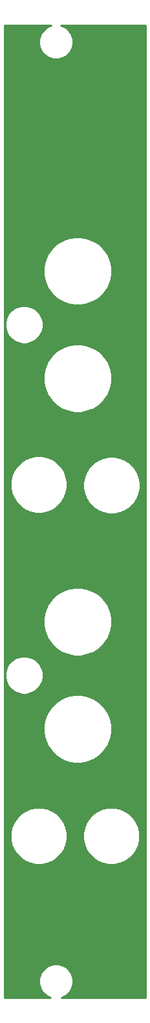
<source format=gbl>
G04 #@! TF.GenerationSoftware,KiCad,Pcbnew,5.1.7-a382d34a8~87~ubuntu18.04.1*
G04 #@! TF.CreationDate,2021-01-14T14:23:33+00:00*
G04 #@! TF.ProjectId,dv3-panel,6476332d-7061-46e6-956c-2e6b69636164,rev?*
G04 #@! TF.SameCoordinates,Original*
G04 #@! TF.FileFunction,Copper,L2,Bot*
G04 #@! TF.FilePolarity,Positive*
%FSLAX46Y46*%
G04 Gerber Fmt 4.6, Leading zero omitted, Abs format (unit mm)*
G04 Created by KiCad (PCBNEW 5.1.7-a382d34a8~87~ubuntu18.04.1) date 2021-01-14 14:23:33*
%MOMM*%
%LPD*%
G01*
G04 APERTURE LIST*
G04 #@! TA.AperFunction,NonConductor*
%ADD10C,0.254000*%
G04 #@! TD*
G04 #@! TA.AperFunction,NonConductor*
%ADD11C,0.100000*%
G04 #@! TD*
G04 APERTURE END LIST*
D10*
X140985978Y-43478340D02*
X140577570Y-43647508D01*
X140210013Y-43893101D01*
X139897431Y-44205683D01*
X139651838Y-44573240D01*
X139482670Y-44981648D01*
X139396428Y-45415211D01*
X139396428Y-45857269D01*
X139482670Y-46290832D01*
X139651838Y-46699240D01*
X139897431Y-47066797D01*
X140210013Y-47379379D01*
X140577570Y-47624972D01*
X140985978Y-47794140D01*
X141419541Y-47880382D01*
X141861599Y-47880382D01*
X142295162Y-47794140D01*
X142703570Y-47624972D01*
X143071127Y-47379379D01*
X143383709Y-47066797D01*
X143629302Y-46699240D01*
X143798470Y-46290832D01*
X143884712Y-45857269D01*
X143884712Y-45415211D01*
X143798470Y-44981648D01*
X143629302Y-44573240D01*
X143383709Y-44205683D01*
X143071127Y-43893101D01*
X142703570Y-43647508D01*
X142295162Y-43478340D01*
X142259468Y-43471240D01*
X153385570Y-43471240D01*
X153385571Y-170256379D01*
X142350225Y-170271332D01*
X142703570Y-170124972D01*
X143071127Y-169879379D01*
X143383709Y-169566797D01*
X143629302Y-169199240D01*
X143798470Y-168790832D01*
X143884712Y-168357269D01*
X143884712Y-167915211D01*
X143798470Y-167481648D01*
X143629302Y-167073240D01*
X143383709Y-166705683D01*
X143071127Y-166393101D01*
X142703570Y-166147508D01*
X142295162Y-165978340D01*
X141861599Y-165892098D01*
X141419541Y-165892098D01*
X140985978Y-165978340D01*
X140577570Y-166147508D01*
X140210013Y-166393101D01*
X139897431Y-166705683D01*
X139651838Y-167073240D01*
X139482670Y-167481648D01*
X139396428Y-167915211D01*
X139396428Y-168357269D01*
X139482670Y-168790832D01*
X139651838Y-169199240D01*
X139897431Y-169566797D01*
X140210013Y-169879379D01*
X140577570Y-170124972D01*
X140935542Y-170273249D01*
X134899400Y-170281428D01*
X134899400Y-148808186D01*
X135633651Y-148808186D01*
X135633651Y-149544294D01*
X135777259Y-150266259D01*
X136058956Y-150946335D01*
X136467916Y-151558387D01*
X136988423Y-152078894D01*
X137600475Y-152487854D01*
X138280551Y-152769551D01*
X139002516Y-152913159D01*
X139738624Y-152913159D01*
X140460589Y-152769551D01*
X141140665Y-152487854D01*
X141752717Y-152078894D01*
X142273224Y-151558387D01*
X142682184Y-150946335D01*
X142963881Y-150266259D01*
X143107489Y-149544294D01*
X143107489Y-148808186D01*
X145153651Y-148808186D01*
X145153651Y-149544294D01*
X145297259Y-150266259D01*
X145578956Y-150946335D01*
X145987916Y-151558387D01*
X146508423Y-152078894D01*
X147120475Y-152487854D01*
X147800551Y-152769551D01*
X148522516Y-152913159D01*
X149258624Y-152913159D01*
X149980589Y-152769551D01*
X150660665Y-152487854D01*
X151272717Y-152078894D01*
X151793224Y-151558387D01*
X152202184Y-150946335D01*
X152483881Y-150266259D01*
X152627489Y-149544294D01*
X152627489Y-148808186D01*
X152483881Y-148086221D01*
X152202184Y-147406145D01*
X151793224Y-146794093D01*
X151272717Y-146273586D01*
X150660665Y-145864626D01*
X149980589Y-145582929D01*
X149258624Y-145439321D01*
X148522516Y-145439321D01*
X147800551Y-145582929D01*
X147120475Y-145864626D01*
X146508423Y-146273586D01*
X145987916Y-146794093D01*
X145578956Y-147406145D01*
X145297259Y-148086221D01*
X145153651Y-148808186D01*
X143107489Y-148808186D01*
X142963881Y-148086221D01*
X142682184Y-147406145D01*
X142273224Y-146794093D01*
X141752717Y-146273586D01*
X141140665Y-145864626D01*
X140460589Y-145582929D01*
X139738624Y-145439321D01*
X139002516Y-145439321D01*
X138280551Y-145582929D01*
X137600475Y-145864626D01*
X136988423Y-146273586D01*
X136467916Y-146794093D01*
X136058956Y-147406145D01*
X135777259Y-148086221D01*
X135633651Y-148808186D01*
X134899400Y-148808186D01*
X134899400Y-134764673D01*
X139967263Y-134764673D01*
X139967263Y-135647807D01*
X140139554Y-136513972D01*
X140477515Y-137329882D01*
X140968158Y-138064182D01*
X141592628Y-138688652D01*
X142326928Y-139179295D01*
X143142838Y-139517256D01*
X144009003Y-139689547D01*
X144892137Y-139689547D01*
X145758302Y-139517256D01*
X146574212Y-139179295D01*
X147308512Y-138688652D01*
X147932982Y-138064182D01*
X148423625Y-137329882D01*
X148761586Y-136513972D01*
X148933877Y-135647807D01*
X148933877Y-134764673D01*
X148761586Y-133898508D01*
X148423625Y-133082598D01*
X147932982Y-132348298D01*
X147308512Y-131723828D01*
X146574212Y-131233185D01*
X145758302Y-130895224D01*
X144892137Y-130722933D01*
X144009003Y-130722933D01*
X143142838Y-130895224D01*
X142326928Y-131233185D01*
X141592628Y-131723828D01*
X140968158Y-132348298D01*
X140477515Y-133082598D01*
X140139554Y-133898508D01*
X139967263Y-134764673D01*
X134899400Y-134764673D01*
X134899400Y-127970707D01*
X134967632Y-127970707D01*
X134967632Y-128461773D01*
X135063434Y-128943403D01*
X135251357Y-129397089D01*
X135524179Y-129805395D01*
X135871415Y-130152631D01*
X136279721Y-130425453D01*
X136733407Y-130613376D01*
X137215037Y-130709178D01*
X137706103Y-130709178D01*
X138187733Y-130613376D01*
X138641419Y-130425453D01*
X139049725Y-130152631D01*
X139396961Y-129805395D01*
X139669783Y-129397089D01*
X139857706Y-128943403D01*
X139953508Y-128461773D01*
X139953508Y-127970707D01*
X139857706Y-127489077D01*
X139669783Y-127035391D01*
X139396961Y-126627085D01*
X139049725Y-126279849D01*
X138641419Y-126007027D01*
X138187733Y-125819104D01*
X137706103Y-125723302D01*
X137215037Y-125723302D01*
X136733407Y-125819104D01*
X136279721Y-126007027D01*
X135871415Y-126279849D01*
X135524179Y-126627085D01*
X135251357Y-127035391D01*
X135063434Y-127489077D01*
X134967632Y-127970707D01*
X134899400Y-127970707D01*
X134899400Y-120784673D01*
X139967263Y-120784673D01*
X139967263Y-121667807D01*
X140139554Y-122533972D01*
X140477515Y-123349882D01*
X140968158Y-124084182D01*
X141592628Y-124708652D01*
X142326928Y-125199295D01*
X143142838Y-125537256D01*
X144009003Y-125709547D01*
X144892137Y-125709547D01*
X145758302Y-125537256D01*
X146574212Y-125199295D01*
X147308512Y-124708652D01*
X147932982Y-124084182D01*
X148423625Y-123349882D01*
X148761586Y-122533972D01*
X148933877Y-121667807D01*
X148933877Y-120784673D01*
X148761586Y-119918508D01*
X148423625Y-119102598D01*
X147932982Y-118368298D01*
X147308512Y-117743828D01*
X146574212Y-117253185D01*
X145758302Y-116915224D01*
X144892137Y-116742933D01*
X144009003Y-116742933D01*
X143142838Y-116915224D01*
X142326928Y-117253185D01*
X141592628Y-117743828D01*
X140968158Y-118368298D01*
X140477515Y-119102598D01*
X140139554Y-119918508D01*
X139967263Y-120784673D01*
X134899400Y-120784673D01*
X134899400Y-102978186D01*
X135633651Y-102978186D01*
X135633651Y-103714294D01*
X135777259Y-104436259D01*
X136058956Y-105116335D01*
X136467916Y-105728387D01*
X136988423Y-106248894D01*
X137600475Y-106657854D01*
X138280551Y-106939551D01*
X139002516Y-107083159D01*
X139738624Y-107083159D01*
X140460589Y-106939551D01*
X141140665Y-106657854D01*
X141752717Y-106248894D01*
X142273224Y-105728387D01*
X142682184Y-105116335D01*
X142963881Y-104436259D01*
X143107489Y-103714294D01*
X143107489Y-103078186D01*
X145163652Y-103078186D01*
X145163652Y-103814294D01*
X145307260Y-104536259D01*
X145588957Y-105216334D01*
X145997917Y-105828386D01*
X146518424Y-106348893D01*
X147130476Y-106757853D01*
X147810551Y-107039550D01*
X148532516Y-107183158D01*
X149268624Y-107183158D01*
X149990589Y-107039550D01*
X150670664Y-106757853D01*
X151282716Y-106348893D01*
X151803223Y-105828386D01*
X152212183Y-105216334D01*
X152493880Y-104536259D01*
X152637488Y-103814294D01*
X152637488Y-103078186D01*
X152493880Y-102356221D01*
X152212183Y-101676146D01*
X151803223Y-101064094D01*
X151282716Y-100543587D01*
X150670664Y-100134627D01*
X149990589Y-99852930D01*
X149268624Y-99709322D01*
X148532516Y-99709322D01*
X147810551Y-99852930D01*
X147130476Y-100134627D01*
X146518424Y-100543587D01*
X145997917Y-101064094D01*
X145588957Y-101676146D01*
X145307260Y-102356221D01*
X145163652Y-103078186D01*
X143107489Y-103078186D01*
X143107489Y-102978186D01*
X142963881Y-102256221D01*
X142682184Y-101576145D01*
X142273224Y-100964093D01*
X141752717Y-100443586D01*
X141140665Y-100034626D01*
X140460589Y-99752929D01*
X139738624Y-99609321D01*
X139002516Y-99609321D01*
X138280551Y-99752929D01*
X137600475Y-100034626D01*
X136988423Y-100443586D01*
X136467916Y-100964093D01*
X136058956Y-101576145D01*
X135777259Y-102256221D01*
X135633651Y-102978186D01*
X134899400Y-102978186D01*
X134899400Y-89034673D01*
X139967263Y-89034673D01*
X139967263Y-89917807D01*
X140139554Y-90783972D01*
X140477515Y-91599882D01*
X140968158Y-92334182D01*
X141592628Y-92958652D01*
X142326928Y-93449295D01*
X143142838Y-93787256D01*
X144009003Y-93959547D01*
X144892137Y-93959547D01*
X145758302Y-93787256D01*
X146574212Y-93449295D01*
X147308512Y-92958652D01*
X147932982Y-92334182D01*
X148423625Y-91599882D01*
X148761586Y-90783972D01*
X148933877Y-89917807D01*
X148933877Y-89034673D01*
X148761586Y-88168508D01*
X148423625Y-87352598D01*
X147932982Y-86618298D01*
X147308512Y-85993828D01*
X146574212Y-85503185D01*
X145758302Y-85165224D01*
X144892137Y-84992933D01*
X144009003Y-84992933D01*
X143142838Y-85165224D01*
X142326928Y-85503185D01*
X141592628Y-85993828D01*
X140968158Y-86618298D01*
X140477515Y-87352598D01*
X140139554Y-88168508D01*
X139967263Y-89034673D01*
X134899400Y-89034673D01*
X134899400Y-82250707D01*
X134967632Y-82250707D01*
X134967632Y-82741773D01*
X135063434Y-83223403D01*
X135251357Y-83677089D01*
X135524179Y-84085395D01*
X135871415Y-84432631D01*
X136279721Y-84705453D01*
X136733407Y-84893376D01*
X137215037Y-84989178D01*
X137706103Y-84989178D01*
X138187733Y-84893376D01*
X138641419Y-84705453D01*
X139049725Y-84432631D01*
X139396961Y-84085395D01*
X139669783Y-83677089D01*
X139857706Y-83223403D01*
X139953508Y-82741773D01*
X139953508Y-82250707D01*
X139857706Y-81769077D01*
X139669783Y-81315391D01*
X139396961Y-80907085D01*
X139049725Y-80559849D01*
X138641419Y-80287027D01*
X138187733Y-80099104D01*
X137706103Y-80003302D01*
X137215037Y-80003302D01*
X136733407Y-80099104D01*
X136279721Y-80287027D01*
X135871415Y-80559849D01*
X135524179Y-80907085D01*
X135251357Y-81315391D01*
X135063434Y-81769077D01*
X134967632Y-82250707D01*
X134899400Y-82250707D01*
X134899400Y-75059673D01*
X139967263Y-75059673D01*
X139967263Y-75942807D01*
X140139554Y-76808972D01*
X140477515Y-77624882D01*
X140968158Y-78359182D01*
X141592628Y-78983652D01*
X142326928Y-79474295D01*
X143142838Y-79812256D01*
X144009003Y-79984547D01*
X144892137Y-79984547D01*
X145758302Y-79812256D01*
X146574212Y-79474295D01*
X147308512Y-78983652D01*
X147932982Y-78359182D01*
X148423625Y-77624882D01*
X148761586Y-76808972D01*
X148933877Y-75942807D01*
X148933877Y-75059673D01*
X148761586Y-74193508D01*
X148423625Y-73377598D01*
X147932982Y-72643298D01*
X147308512Y-72018828D01*
X146574212Y-71528185D01*
X145758302Y-71190224D01*
X144892137Y-71017933D01*
X144009003Y-71017933D01*
X143142838Y-71190224D01*
X142326928Y-71528185D01*
X141592628Y-72018828D01*
X140968158Y-72643298D01*
X140477515Y-73377598D01*
X140139554Y-74193508D01*
X139967263Y-75059673D01*
X134899400Y-75059673D01*
X134899400Y-43471240D01*
X141021672Y-43471240D01*
X140985978Y-43478340D01*
G04 #@! TA.AperFunction,NonConductor*
D11*
G36*
X140985978Y-43478340D02*
G01*
X140577570Y-43647508D01*
X140210013Y-43893101D01*
X139897431Y-44205683D01*
X139651838Y-44573240D01*
X139482670Y-44981648D01*
X139396428Y-45415211D01*
X139396428Y-45857269D01*
X139482670Y-46290832D01*
X139651838Y-46699240D01*
X139897431Y-47066797D01*
X140210013Y-47379379D01*
X140577570Y-47624972D01*
X140985978Y-47794140D01*
X141419541Y-47880382D01*
X141861599Y-47880382D01*
X142295162Y-47794140D01*
X142703570Y-47624972D01*
X143071127Y-47379379D01*
X143383709Y-47066797D01*
X143629302Y-46699240D01*
X143798470Y-46290832D01*
X143884712Y-45857269D01*
X143884712Y-45415211D01*
X143798470Y-44981648D01*
X143629302Y-44573240D01*
X143383709Y-44205683D01*
X143071127Y-43893101D01*
X142703570Y-43647508D01*
X142295162Y-43478340D01*
X142259468Y-43471240D01*
X153385570Y-43471240D01*
X153385571Y-170256379D01*
X142350225Y-170271332D01*
X142703570Y-170124972D01*
X143071127Y-169879379D01*
X143383709Y-169566797D01*
X143629302Y-169199240D01*
X143798470Y-168790832D01*
X143884712Y-168357269D01*
X143884712Y-167915211D01*
X143798470Y-167481648D01*
X143629302Y-167073240D01*
X143383709Y-166705683D01*
X143071127Y-166393101D01*
X142703570Y-166147508D01*
X142295162Y-165978340D01*
X141861599Y-165892098D01*
X141419541Y-165892098D01*
X140985978Y-165978340D01*
X140577570Y-166147508D01*
X140210013Y-166393101D01*
X139897431Y-166705683D01*
X139651838Y-167073240D01*
X139482670Y-167481648D01*
X139396428Y-167915211D01*
X139396428Y-168357269D01*
X139482670Y-168790832D01*
X139651838Y-169199240D01*
X139897431Y-169566797D01*
X140210013Y-169879379D01*
X140577570Y-170124972D01*
X140935542Y-170273249D01*
X134899400Y-170281428D01*
X134899400Y-148808186D01*
X135633651Y-148808186D01*
X135633651Y-149544294D01*
X135777259Y-150266259D01*
X136058956Y-150946335D01*
X136467916Y-151558387D01*
X136988423Y-152078894D01*
X137600475Y-152487854D01*
X138280551Y-152769551D01*
X139002516Y-152913159D01*
X139738624Y-152913159D01*
X140460589Y-152769551D01*
X141140665Y-152487854D01*
X141752717Y-152078894D01*
X142273224Y-151558387D01*
X142682184Y-150946335D01*
X142963881Y-150266259D01*
X143107489Y-149544294D01*
X143107489Y-148808186D01*
X145153651Y-148808186D01*
X145153651Y-149544294D01*
X145297259Y-150266259D01*
X145578956Y-150946335D01*
X145987916Y-151558387D01*
X146508423Y-152078894D01*
X147120475Y-152487854D01*
X147800551Y-152769551D01*
X148522516Y-152913159D01*
X149258624Y-152913159D01*
X149980589Y-152769551D01*
X150660665Y-152487854D01*
X151272717Y-152078894D01*
X151793224Y-151558387D01*
X152202184Y-150946335D01*
X152483881Y-150266259D01*
X152627489Y-149544294D01*
X152627489Y-148808186D01*
X152483881Y-148086221D01*
X152202184Y-147406145D01*
X151793224Y-146794093D01*
X151272717Y-146273586D01*
X150660665Y-145864626D01*
X149980589Y-145582929D01*
X149258624Y-145439321D01*
X148522516Y-145439321D01*
X147800551Y-145582929D01*
X147120475Y-145864626D01*
X146508423Y-146273586D01*
X145987916Y-146794093D01*
X145578956Y-147406145D01*
X145297259Y-148086221D01*
X145153651Y-148808186D01*
X143107489Y-148808186D01*
X142963881Y-148086221D01*
X142682184Y-147406145D01*
X142273224Y-146794093D01*
X141752717Y-146273586D01*
X141140665Y-145864626D01*
X140460589Y-145582929D01*
X139738624Y-145439321D01*
X139002516Y-145439321D01*
X138280551Y-145582929D01*
X137600475Y-145864626D01*
X136988423Y-146273586D01*
X136467916Y-146794093D01*
X136058956Y-147406145D01*
X135777259Y-148086221D01*
X135633651Y-148808186D01*
X134899400Y-148808186D01*
X134899400Y-134764673D01*
X139967263Y-134764673D01*
X139967263Y-135647807D01*
X140139554Y-136513972D01*
X140477515Y-137329882D01*
X140968158Y-138064182D01*
X141592628Y-138688652D01*
X142326928Y-139179295D01*
X143142838Y-139517256D01*
X144009003Y-139689547D01*
X144892137Y-139689547D01*
X145758302Y-139517256D01*
X146574212Y-139179295D01*
X147308512Y-138688652D01*
X147932982Y-138064182D01*
X148423625Y-137329882D01*
X148761586Y-136513972D01*
X148933877Y-135647807D01*
X148933877Y-134764673D01*
X148761586Y-133898508D01*
X148423625Y-133082598D01*
X147932982Y-132348298D01*
X147308512Y-131723828D01*
X146574212Y-131233185D01*
X145758302Y-130895224D01*
X144892137Y-130722933D01*
X144009003Y-130722933D01*
X143142838Y-130895224D01*
X142326928Y-131233185D01*
X141592628Y-131723828D01*
X140968158Y-132348298D01*
X140477515Y-133082598D01*
X140139554Y-133898508D01*
X139967263Y-134764673D01*
X134899400Y-134764673D01*
X134899400Y-127970707D01*
X134967632Y-127970707D01*
X134967632Y-128461773D01*
X135063434Y-128943403D01*
X135251357Y-129397089D01*
X135524179Y-129805395D01*
X135871415Y-130152631D01*
X136279721Y-130425453D01*
X136733407Y-130613376D01*
X137215037Y-130709178D01*
X137706103Y-130709178D01*
X138187733Y-130613376D01*
X138641419Y-130425453D01*
X139049725Y-130152631D01*
X139396961Y-129805395D01*
X139669783Y-129397089D01*
X139857706Y-128943403D01*
X139953508Y-128461773D01*
X139953508Y-127970707D01*
X139857706Y-127489077D01*
X139669783Y-127035391D01*
X139396961Y-126627085D01*
X139049725Y-126279849D01*
X138641419Y-126007027D01*
X138187733Y-125819104D01*
X137706103Y-125723302D01*
X137215037Y-125723302D01*
X136733407Y-125819104D01*
X136279721Y-126007027D01*
X135871415Y-126279849D01*
X135524179Y-126627085D01*
X135251357Y-127035391D01*
X135063434Y-127489077D01*
X134967632Y-127970707D01*
X134899400Y-127970707D01*
X134899400Y-120784673D01*
X139967263Y-120784673D01*
X139967263Y-121667807D01*
X140139554Y-122533972D01*
X140477515Y-123349882D01*
X140968158Y-124084182D01*
X141592628Y-124708652D01*
X142326928Y-125199295D01*
X143142838Y-125537256D01*
X144009003Y-125709547D01*
X144892137Y-125709547D01*
X145758302Y-125537256D01*
X146574212Y-125199295D01*
X147308512Y-124708652D01*
X147932982Y-124084182D01*
X148423625Y-123349882D01*
X148761586Y-122533972D01*
X148933877Y-121667807D01*
X148933877Y-120784673D01*
X148761586Y-119918508D01*
X148423625Y-119102598D01*
X147932982Y-118368298D01*
X147308512Y-117743828D01*
X146574212Y-117253185D01*
X145758302Y-116915224D01*
X144892137Y-116742933D01*
X144009003Y-116742933D01*
X143142838Y-116915224D01*
X142326928Y-117253185D01*
X141592628Y-117743828D01*
X140968158Y-118368298D01*
X140477515Y-119102598D01*
X140139554Y-119918508D01*
X139967263Y-120784673D01*
X134899400Y-120784673D01*
X134899400Y-102978186D01*
X135633651Y-102978186D01*
X135633651Y-103714294D01*
X135777259Y-104436259D01*
X136058956Y-105116335D01*
X136467916Y-105728387D01*
X136988423Y-106248894D01*
X137600475Y-106657854D01*
X138280551Y-106939551D01*
X139002516Y-107083159D01*
X139738624Y-107083159D01*
X140460589Y-106939551D01*
X141140665Y-106657854D01*
X141752717Y-106248894D01*
X142273224Y-105728387D01*
X142682184Y-105116335D01*
X142963881Y-104436259D01*
X143107489Y-103714294D01*
X143107489Y-103078186D01*
X145163652Y-103078186D01*
X145163652Y-103814294D01*
X145307260Y-104536259D01*
X145588957Y-105216334D01*
X145997917Y-105828386D01*
X146518424Y-106348893D01*
X147130476Y-106757853D01*
X147810551Y-107039550D01*
X148532516Y-107183158D01*
X149268624Y-107183158D01*
X149990589Y-107039550D01*
X150670664Y-106757853D01*
X151282716Y-106348893D01*
X151803223Y-105828386D01*
X152212183Y-105216334D01*
X152493880Y-104536259D01*
X152637488Y-103814294D01*
X152637488Y-103078186D01*
X152493880Y-102356221D01*
X152212183Y-101676146D01*
X151803223Y-101064094D01*
X151282716Y-100543587D01*
X150670664Y-100134627D01*
X149990589Y-99852930D01*
X149268624Y-99709322D01*
X148532516Y-99709322D01*
X147810551Y-99852930D01*
X147130476Y-100134627D01*
X146518424Y-100543587D01*
X145997917Y-101064094D01*
X145588957Y-101676146D01*
X145307260Y-102356221D01*
X145163652Y-103078186D01*
X143107489Y-103078186D01*
X143107489Y-102978186D01*
X142963881Y-102256221D01*
X142682184Y-101576145D01*
X142273224Y-100964093D01*
X141752717Y-100443586D01*
X141140665Y-100034626D01*
X140460589Y-99752929D01*
X139738624Y-99609321D01*
X139002516Y-99609321D01*
X138280551Y-99752929D01*
X137600475Y-100034626D01*
X136988423Y-100443586D01*
X136467916Y-100964093D01*
X136058956Y-101576145D01*
X135777259Y-102256221D01*
X135633651Y-102978186D01*
X134899400Y-102978186D01*
X134899400Y-89034673D01*
X139967263Y-89034673D01*
X139967263Y-89917807D01*
X140139554Y-90783972D01*
X140477515Y-91599882D01*
X140968158Y-92334182D01*
X141592628Y-92958652D01*
X142326928Y-93449295D01*
X143142838Y-93787256D01*
X144009003Y-93959547D01*
X144892137Y-93959547D01*
X145758302Y-93787256D01*
X146574212Y-93449295D01*
X147308512Y-92958652D01*
X147932982Y-92334182D01*
X148423625Y-91599882D01*
X148761586Y-90783972D01*
X148933877Y-89917807D01*
X148933877Y-89034673D01*
X148761586Y-88168508D01*
X148423625Y-87352598D01*
X147932982Y-86618298D01*
X147308512Y-85993828D01*
X146574212Y-85503185D01*
X145758302Y-85165224D01*
X144892137Y-84992933D01*
X144009003Y-84992933D01*
X143142838Y-85165224D01*
X142326928Y-85503185D01*
X141592628Y-85993828D01*
X140968158Y-86618298D01*
X140477515Y-87352598D01*
X140139554Y-88168508D01*
X139967263Y-89034673D01*
X134899400Y-89034673D01*
X134899400Y-82250707D01*
X134967632Y-82250707D01*
X134967632Y-82741773D01*
X135063434Y-83223403D01*
X135251357Y-83677089D01*
X135524179Y-84085395D01*
X135871415Y-84432631D01*
X136279721Y-84705453D01*
X136733407Y-84893376D01*
X137215037Y-84989178D01*
X137706103Y-84989178D01*
X138187733Y-84893376D01*
X138641419Y-84705453D01*
X139049725Y-84432631D01*
X139396961Y-84085395D01*
X139669783Y-83677089D01*
X139857706Y-83223403D01*
X139953508Y-82741773D01*
X139953508Y-82250707D01*
X139857706Y-81769077D01*
X139669783Y-81315391D01*
X139396961Y-80907085D01*
X139049725Y-80559849D01*
X138641419Y-80287027D01*
X138187733Y-80099104D01*
X137706103Y-80003302D01*
X137215037Y-80003302D01*
X136733407Y-80099104D01*
X136279721Y-80287027D01*
X135871415Y-80559849D01*
X135524179Y-80907085D01*
X135251357Y-81315391D01*
X135063434Y-81769077D01*
X134967632Y-82250707D01*
X134899400Y-82250707D01*
X134899400Y-75059673D01*
X139967263Y-75059673D01*
X139967263Y-75942807D01*
X140139554Y-76808972D01*
X140477515Y-77624882D01*
X140968158Y-78359182D01*
X141592628Y-78983652D01*
X142326928Y-79474295D01*
X143142838Y-79812256D01*
X144009003Y-79984547D01*
X144892137Y-79984547D01*
X145758302Y-79812256D01*
X146574212Y-79474295D01*
X147308512Y-78983652D01*
X147932982Y-78359182D01*
X148423625Y-77624882D01*
X148761586Y-76808972D01*
X148933877Y-75942807D01*
X148933877Y-75059673D01*
X148761586Y-74193508D01*
X148423625Y-73377598D01*
X147932982Y-72643298D01*
X147308512Y-72018828D01*
X146574212Y-71528185D01*
X145758302Y-71190224D01*
X144892137Y-71017933D01*
X144009003Y-71017933D01*
X143142838Y-71190224D01*
X142326928Y-71528185D01*
X141592628Y-72018828D01*
X140968158Y-72643298D01*
X140477515Y-73377598D01*
X140139554Y-74193508D01*
X139967263Y-75059673D01*
X134899400Y-75059673D01*
X134899400Y-43471240D01*
X141021672Y-43471240D01*
X140985978Y-43478340D01*
G37*
G04 #@! TD.AperFunction*
M02*

</source>
